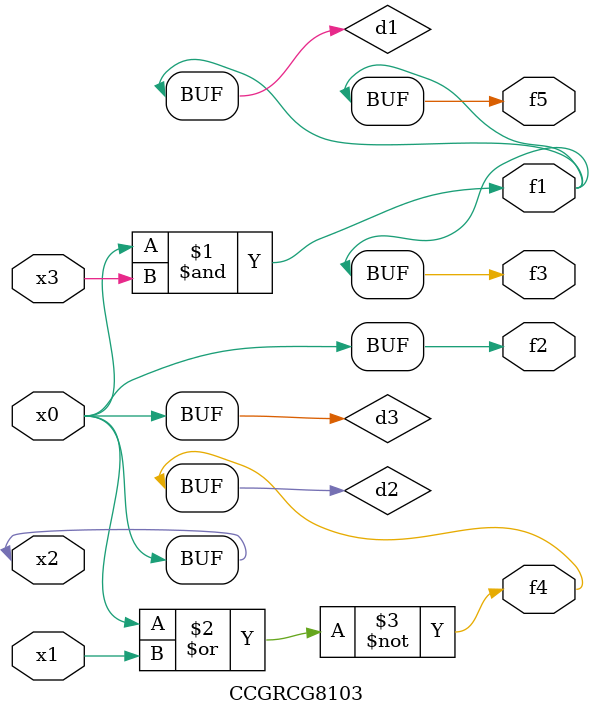
<source format=v>
module CCGRCG8103(
	input x0, x1, x2, x3,
	output f1, f2, f3, f4, f5
);

	wire d1, d2, d3;

	and (d1, x2, x3);
	nor (d2, x0, x1);
	buf (d3, x0, x2);
	assign f1 = d1;
	assign f2 = d3;
	assign f3 = d1;
	assign f4 = d2;
	assign f5 = d1;
endmodule

</source>
